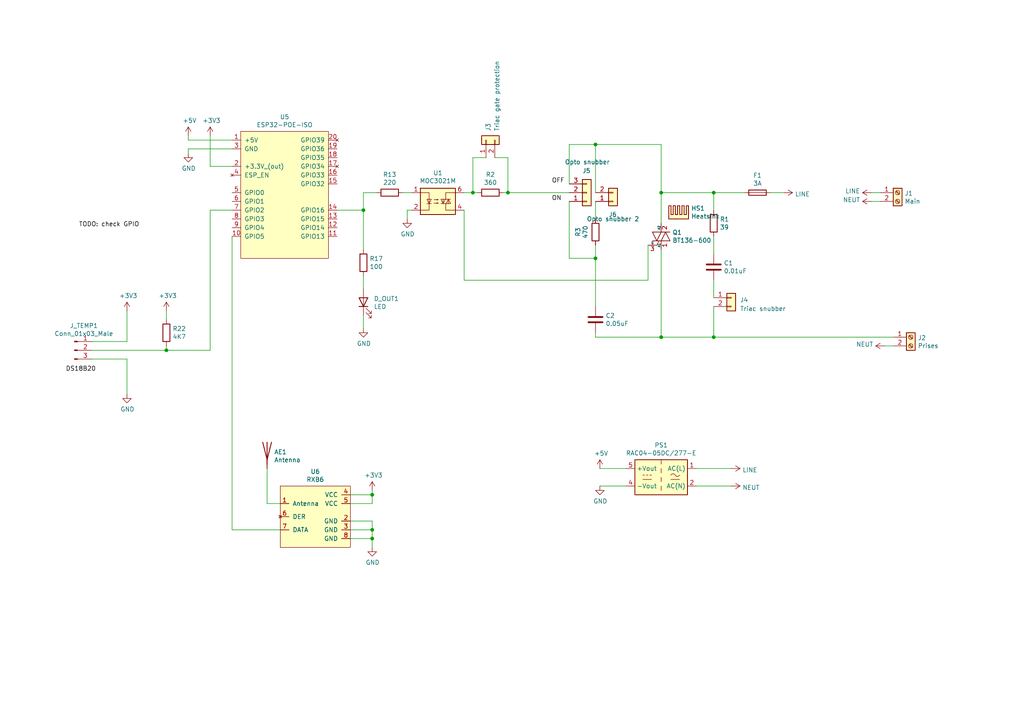
<source format=kicad_sch>
(kicad_sch (version 20230121) (generator eeschema)
  (paper "A4")
  (lib_symbols
    (symbol "Connector:Conn_01x03_Male" (pin_names (offset 1.016) hide)
      (property "Reference" "J" (at 0 5.08 0))
      (property "Value" "Conn_01x03_Male" (at 0 -5.08 0))
      (symbol "Conn_01x03_Male_1_1"
        (polyline (pts (xy 1.27 -2.54) (xy 0.8636 -2.54)) (stroke (width 0.1524)))
        (polyline (pts (xy 1.27 0) (xy 0.8636 0)) (stroke (width 0.1524)))
        (polyline (pts (xy 1.27 2.54) (xy 0.8636 2.54)) (stroke (width 0.1524)))
        (rectangle (start 0.8636 -2.413) (end 0 -2.667) (stroke (width 0.1524)) (fill (type outline)))
        (rectangle (start 0.8636 0.127) (end 0 -0.127) (stroke (width 0.1524)) (fill (type outline)))
        (rectangle (start 0.8636 2.667) (end 0 2.413) (stroke (width 0.1524)) (fill (type outline)))
        (pin passive line (at 5.08 2.54 180) (length 3.81) (name "Pin_1") (number "1"))
        (pin passive line (at 5.08 0 180) (length 3.81) (name "Pin_2") (number "2"))
        (pin passive line (at 5.08 -2.54 180) (length 3.81) (name "Pin_3") (number "3"))
      )
    )
    (symbol "Connector:Screw_Terminal_01x02" (pin_names (offset 1.016) hide)
      (property "Reference" "J" (at 0 2.54 0))
      (property "Value" "Screw_Terminal_01x02" (at 0 -5.08 0))
      (symbol "Screw_Terminal_01x02_1_1"
        (rectangle (start -1.27 1.27) (end 1.27 -3.81) (stroke (width 0.254)) (fill (type background)))
        (circle (center 0 -2.54) (radius 0.635) (stroke (width 0.1524)))
        (polyline (pts (xy -0.5334 -2.2098) (xy 0.3302 -3.048)) (stroke (width 0.1524)))
        (polyline (pts (xy -0.5334 0.3302) (xy 0.3302 -0.508)) (stroke (width 0.1524)))
        (polyline (pts (xy -0.3556 -2.032) (xy 0.508 -2.8702)) (stroke (width 0.1524)))
        (polyline (pts (xy -0.3556 0.508) (xy 0.508 -0.3302)) (stroke (width 0.1524)))
        (circle (center 0 0) (radius 0.635) (stroke (width 0.1524)))
        (pin passive line (at -5.08 0 0) (length 3.81) (name "Pin_1") (number "1"))
        (pin passive line (at -5.08 -2.54 0) (length 3.81) (name "Pin_2") (number "2"))
      )
    )
    (symbol "Connector_Generic:Conn_01x02" (pin_names (offset 1.016) hide)
      (property "Reference" "J" (at 0 2.54 0))
      (property "Value" "Conn_01x02" (at 0 -5.08 0))
      (symbol "Conn_01x02_1_1"
        (rectangle (start -1.27 -2.413) (end 0 -2.667) (stroke (width 0.1524)))
        (rectangle (start -1.27 0.127) (end 0 -0.127) (stroke (width 0.1524)))
        (rectangle (start -1.27 1.27) (end 1.27 -3.81) (stroke (width 0.254)) (fill (type background)))
        (pin passive line (at -5.08 0 0) (length 3.81) (name "Pin_1") (number "1"))
        (pin passive line (at -5.08 -2.54 0) (length 3.81) (name "Pin_2") (number "2"))
      )
    )
    (symbol "Connector_Generic:Conn_01x03" (pin_names (offset 1.016) hide)
      (property "Reference" "J" (at 0 5.08 0))
      (property "Value" "Conn_01x03" (at 0 -5.08 0))
      (symbol "Conn_01x03_1_1"
        (rectangle (start -1.27 -2.413) (end 0 -2.667) (stroke (width 0.1524)))
        (rectangle (start -1.27 0.127) (end 0 -0.127) (stroke (width 0.1524)))
        (rectangle (start -1.27 2.667) (end 0 2.413) (stroke (width 0.1524)))
        (rectangle (start -1.27 3.81) (end 1.27 -3.81) (stroke (width 0.254)) (fill (type background)))
        (pin passive line (at -5.08 2.54 0) (length 3.81) (name "Pin_1") (number "1"))
        (pin passive line (at -5.08 0 0) (length 3.81) (name "Pin_2") (number "2"))
        (pin passive line (at -5.08 -2.54 0) (length 3.81) (name "Pin_3") (number "3"))
      )
    )
    (symbol "Converter_ACDC:RAC04-05SGA"
      (property "Reference" "PS" (at 0 6.35 0))
      (property "Value" "RAC04-05SGA" (at 0 -6.35 0))
      (symbol "RAC04-05SGA_1_1"
        (rectangle (start -7.62 5.08) (end 7.62 -5.08) (stroke (width 0.254)) (fill (type background)))
        (arc (start -5.334 0.635) (mid -4.699 0.2495) (end -4.064 0.635))
        (arc (start -2.794 0.635) (mid -3.429 1.0072) (end -4.064 0.635))
        (polyline (pts (xy -5.334 -0.635) (xy -2.794 -0.635)))
        (polyline (pts (xy 0 -2.54) (xy 0 -3.81)))
        (polyline (pts (xy 0 0) (xy 0 -1.27)))
        (polyline (pts (xy 0 2.54) (xy 0 1.27)))
        (polyline (pts (xy 0 5.08) (xy 0 3.81)))
        (polyline (pts (xy 2.794 -0.635) (xy 5.334 -0.635)))
        (polyline (pts (xy 2.794 0.635) (xy 3.302 0.635)))
        (polyline (pts (xy 3.81 0.635) (xy 4.318 0.635)))
        (polyline (pts (xy 4.826 0.635) (xy 5.334 0.635)))
        (pin power_in line (at -10.16 2.54 0) (length 2.54) (name "AC(L)") (number "1"))
        (pin power_in line (at -10.16 -2.54 0) (length 2.54) (name "AC(N)") (number "2"))
        (pin no_connect line (at 7.62 0 180) (length 2.54) hide (name "NC") (number "3"))
        (pin power_out line (at 10.16 -2.54 180) (length 2.54) (name "-Vout") (number "4"))
        (pin power_out line (at 10.16 2.54 180) (length 2.54) (name "+Vout") (number "5"))
      )
    )
    (symbol "Device:Antenna" (pin_numbers hide) (pin_names (offset 1.016) hide)
      (property "Reference" "AE" (at -1.905 1.905 0))
      (property "Value" "Antenna" (at -1.905 0 0))
      (symbol "Antenna_0_1"
        (polyline (pts (xy 0 2.54) (xy 0 -3.81)) (stroke (width 0.254)))
        (polyline (pts (xy 1.27 2.54) (xy 0 -2.54) (xy -1.27 2.54)) (stroke (width 0.254)))
      )
      (symbol "Antenna_1_1"
        (pin input line (at 0 -5.08 90) (length 2.54) (name "A") (number "1"))
      )
    )
    (symbol "Device:C" (pin_numbers hide) (pin_names (offset 0.254))
      (property "Reference" "C" (at 0.635 2.54 0))
      (property "Value" "C" (at 0.635 -2.54 0))
      (symbol "C_0_1"
        (polyline (pts (xy -2.032 -0.762) (xy 2.032 -0.762)) (stroke (width 0.508)))
        (polyline (pts (xy -2.032 0.762) (xy 2.032 0.762)) (stroke (width 0.508)))
      )
      (symbol "C_1_1"
        (pin passive line (at 0 3.81 270) (length 2.794) (name "~") (number "1"))
        (pin passive line (at 0 -3.81 90) (length 2.794) (name "~") (number "2"))
      )
    )
    (symbol "Device:Fuse" (pin_numbers hide) (pin_names (offset 0))
      (property "Reference" "F" (at 2.032 0 90))
      (property "Value" "Fuse" (at -1.905 0 90))
      (symbol "Fuse_0_1"
        (rectangle (start -0.762 -2.54) (end 0.762 2.54) (stroke (width 0.254)))
        (polyline (pts (xy 0 2.54) (xy 0 -2.54)))
      )
      (symbol "Fuse_1_1"
        (pin passive line (at 0 3.81 270) (length 1.27) (name "~") (number "1"))
        (pin passive line (at 0 -3.81 90) (length 1.27) (name "~") (number "2"))
      )
    )
    (symbol "Device:LED" (pin_numbers hide) (pin_names (offset 1.016) hide)
      (property "Reference" "D" (at 0 2.54 0))
      (property "Value" "LED" (at 0 -2.54 0))
      (symbol "LED_0_1"
        (polyline (pts (xy -1.27 -1.27) (xy -1.27 1.27)) (stroke (width 0.254)))
        (polyline (pts (xy -1.27 0) (xy 1.27 0)))
        (polyline (pts (xy 1.27 -1.27) (xy 1.27 1.27) (xy -1.27 0) (xy 1.27 -1.27)) (stroke (width 0.254)))
        (polyline (pts (xy -3.048 -0.762) (xy -4.572 -2.286) (xy -3.81 -2.286) (xy -4.572 -2.286) (xy -4.572 -1.524)))
        (polyline (pts (xy -1.778 -0.762) (xy -3.302 -2.286) (xy -2.54 -2.286) (xy -3.302 -2.286) (xy -3.302 -1.524)))
      )
      (symbol "LED_1_1"
        (pin passive line (at -3.81 0 0) (length 2.54) (name "K") (number "1"))
        (pin passive line (at 3.81 0 180) (length 2.54) (name "A") (number "2"))
      )
    )
    (symbol "Device:R" (pin_numbers hide) (pin_names (offset 0))
      (property "Reference" "R" (at 2.032 0 90))
      (property "Value" "R" (at 0 0 90))
      (symbol "R_0_1"
        (rectangle (start -1.016 -2.54) (end 1.016 2.54) (stroke (width 0.254)))
      )
      (symbol "R_1_1"
        (pin passive line (at 0 3.81 270) (length 1.27) (name "~") (number "1"))
        (pin passive line (at 0 -3.81 90) (length 1.27) (name "~") (number "2"))
      )
    )
    (symbol "Mechanical:Heatsink" (pin_names (offset 1.016))
      (property "Reference" "HS" (at 0 5.08 0))
      (property "Value" "Heatsink" (at 0 -1.27 0))
      (symbol "Heatsink_0_1"
        (polyline (pts (xy -0.3302 1.27) (xy -0.9652 1.27) (xy -0.9652 3.81) (xy -1.6002 3.81) (xy -1.6002 1.27) (xy -2.2352 1.27) (xy -2.2352 3.81) (xy -2.8702 3.81) (xy -2.8702 0) (xy -0.9652 0)) (stroke (width 0.254)) (fill (type background)))
        (polyline (pts (xy -0.3302 1.27) (xy -0.3302 3.81) (xy 0.3048 3.81) (xy 0.3048 1.27) (xy 0.9398 1.27) (xy 0.9398 3.81) (xy 1.5748 3.81) (xy 1.5748 1.27) (xy 2.2098 1.27) (xy 2.2098 3.81) (xy 2.8448 3.81) (xy 2.8448 0) (xy -0.9652 0)) (stroke (width 0.254)) (fill (type background)))
      )
    )
    (symbol "Relay_SolidState:MOC3021M"
      (property "Reference" "U" (at -5.334 4.826 0))
      (property "Value" "MOC3021M" (at 0 5.08 0))
      (symbol "MOC3021M_0_1"
        (rectangle (start -5.08 3.81) (end 5.08 -3.81) (stroke (width 0.254)) (fill (type background)))
        (polyline (pts (xy -3.175 -0.635) (xy -1.905 -0.635)))
        (polyline (pts (xy 1.524 -0.635) (xy 1.524 0.635)))
        (polyline (pts (xy 3.048 0.635) (xy 3.048 -0.635)))
        (polyline (pts (xy 2.286 -0.635) (xy 2.286 -2.54) (xy 5.08 -2.54)))
        (polyline (pts (xy 2.286 0.635) (xy 2.286 2.54) (xy 5.08 2.54)))
        (polyline (pts (xy -5.08 2.54) (xy -2.54 2.54) (xy -2.54 -2.54) (xy -5.08 -2.54)))
        (polyline (pts (xy -2.54 -0.635) (xy -3.175 0.635) (xy -1.905 0.635) (xy -2.54 -0.635)))
        (polyline (pts (xy 0.889 -0.635) (xy 3.683 -0.635) (xy 3.048 0.635) (xy 2.413 -0.635)))
        (polyline (pts (xy 3.683 0.635) (xy 0.889 0.635) (xy 1.524 -0.635) (xy 2.159 0.635)))
        (polyline (pts (xy -1.143 -0.508) (xy 0.127 -0.508) (xy -0.254 -0.635) (xy -0.254 -0.381) (xy 0.127 -0.508)))
        (polyline (pts (xy -1.143 0.508) (xy 0.127 0.508) (xy -0.254 0.381) (xy -0.254 0.635) (xy 0.127 0.508)))
      )
      (symbol "MOC3021M_1_1"
        (pin passive line (at -7.62 2.54 0) (length 2.54) (name "~") (number "1"))
        (pin passive line (at -7.62 -2.54 0) (length 2.54) (name "~") (number "2"))
        (pin no_connect line (at -5.08 0 0) (length 2.54) hide (name "NC") (number "3"))
        (pin passive line (at 7.62 -2.54 180) (length 2.54) (name "~") (number "4"))
        (pin no_connect line (at 5.08 0 180) (length 2.54) hide (name "NC") (number "5"))
        (pin passive line (at 7.62 2.54 180) (length 2.54) (name "~") (number "6"))
      )
    )
    (symbol "Triac_Thyristor:BT136-600" (pin_names (offset 0))
      (property "Reference" "Q" (at 5.08 1.905 0))
      (property "Value" "BT136-600" (at 5.08 0 0))
      (symbol "BT136-600_0_1"
        (polyline (pts (xy -2.54 -1.27) (xy 2.54 -1.27)) (stroke (width 0.2032)))
        (polyline (pts (xy -2.54 1.27) (xy 2.54 1.27)) (stroke (width 0.2032)))
        (polyline (pts (xy -1.27 -2.54) (xy -0.635 -1.27)))
        (polyline (pts (xy -2.54 1.27) (xy -1.27 -1.27) (xy 0 1.27)) (stroke (width 0.2032)))
        (polyline (pts (xy 0 -1.27) (xy 1.27 1.27) (xy 2.54 -1.27)) (stroke (width 0.2032)))
      )
      (symbol "BT136-600_1_1"
        (pin passive line (at 0 -3.81 90) (length 2.54) (name "A1") (number "1"))
        (pin passive line (at 0 3.81 270) (length 2.54) (name "A2") (number "2"))
        (pin input line (at -3.81 -2.54 0) (length 2.54) (name "G") (number "3"))
      )
    )
    (symbol "mylife-symbols:ESP32-POE-ISO" (pin_names (offset 1.016))
      (property "Reference" "U" (at 0 21.59 0))
      (property "Value" "ESP32-POE-ISO" (at 0 19.05 0))
      (symbol "ESP32-POE-ISO_0_1"
        (rectangle (start -12.7 17.78) (end 12.7 -19.05) (fill (type background)))
      )
      (symbol "ESP32-POE-ISO_1_1"
        (pin power_in line (at -15.24 15.24 0) (length 2.54) (name "+5V") (number "1"))
        (pin bidirectional line (at -15.24 -12.7 0) (length 2.54) (name "GPIO5") (number "10"))
        (pin bidirectional line (at 15.24 -12.7 180) (length 2.54) (name "GPIO13") (number "11"))
        (pin bidirectional line (at 15.24 -10.16 180) (length 2.54) (name "GPIO14") (number "12"))
        (pin bidirectional line (at 15.24 -7.62 180) (length 2.54) (name "GPIO15") (number "13"))
        (pin bidirectional line (at 15.24 -5.08 180) (length 2.54) (name "GPIO16") (number "14"))
        (pin bidirectional line (at 15.24 2.54 180) (length 2.54) (name "GPIO32") (number "15"))
        (pin bidirectional line (at 15.24 5.08 180) (length 2.54) (name "GPIO33") (number "16"))
        (pin no_connect line (at 15.24 7.62 180) (length 2.54) (name "GPIO34") (number "17"))
        (pin bidirectional line (at 15.24 10.16 180) (length 2.54) (name "GPIO35") (number "18"))
        (pin bidirectional line (at 15.24 12.7 180) (length 2.54) (name "GPIO36") (number "19"))
        (pin power_out line (at -15.24 7.62 0) (length 2.54) (name "+3.3V_(out)") (number "2"))
        (pin no_connect line (at 15.24 15.24 180) (length 2.54) (name "GPIO39") (number "20"))
        (pin power_in line (at -15.24 12.7 0) (length 2.54) (name "GND") (number "3"))
        (pin no_connect line (at -15.24 5.08 0) (length 2.54) (name "ESP_EN") (number "4"))
        (pin bidirectional line (at -15.24 0 0) (length 2.54) (name "GPIO0") (number "5"))
        (pin bidirectional line (at -15.24 -2.54 0) (length 2.54) (name "GPIO1") (number "6"))
        (pin bidirectional line (at -15.24 -5.08 0) (length 2.54) (name "GPIO2") (number "7"))
        (pin bidirectional line (at -15.24 -7.62 0) (length 2.54) (name "GPIO3") (number "8"))
        (pin bidirectional line (at -15.24 -10.16 0) (length 2.54) (name "GPIO4") (number "9"))
      )
    )
    (symbol "mylife-symbols:RXB6" (pin_names (offset 1.016))
      (property "Reference" "U" (at 0 12.7 0))
      (property "Value" "RXB6" (at 0 10.16 0))
      (symbol "RXB6_0_1"
        (rectangle (start -10.16 8.89) (end 10.16 -8.89) (fill (type background)))
      )
      (symbol "RXB6_1_1"
        (pin passive line (at -10.16 3.81 0) (length 2.54) (name "Antenna") (number "1"))
        (pin power_in line (at 10.16 -1.27 180) (length 2.54) (name "GND") (number "2"))
        (pin power_in line (at 10.16 -3.81 180) (length 2.54) (name "GND") (number "3"))
        (pin power_in line (at 10.16 6.35 180) (length 2.54) (name "VCC") (number "4"))
        (pin power_in line (at 10.16 3.81 180) (length 2.54) (name "VCC") (number "5"))
        (pin no_connect line (at -10.16 0 0) (length 2.54) (name "DER") (number "6"))
        (pin output line (at -10.16 -3.81 0) (length 2.54) (name "DATA") (number "7"))
        (pin power_in line (at 10.16 -6.35 180) (length 2.54) (name "GND") (number "8"))
      )
    )
    (symbol "power:+3.3V" (power) (pin_names (offset 0))
      (property "Value" "+3.3V" (at 0 3.556 0))
      (symbol "+3.3V_0_1"
        (polyline (pts (xy -0.762 1.27) (xy 0 2.54)))
        (polyline (pts (xy 0 0) (xy 0 2.54)))
        (polyline (pts (xy 0 2.54) (xy 0.762 1.27)))
      )
      (symbol "+3.3V_1_1"
        (pin power_in line (at 0 0 90) (length 0) hide (name "+3V3") (number "1"))
      )
    )
    (symbol "power:+5V" (power) (pin_names (offset 0))
      (property "Value" "+5V" (at 0 3.556 0))
      (symbol "+5V_0_1"
        (polyline (pts (xy -0.762 1.27) (xy 0 2.54)))
        (polyline (pts (xy 0 0) (xy 0 2.54)))
        (polyline (pts (xy 0 2.54) (xy 0.762 1.27)))
      )
      (symbol "+5V_1_1"
        (pin power_in line (at 0 0 90) (length 0) hide (name "+5V") (number "1"))
      )
    )
    (symbol "power:GND" (power) (pin_names (offset 0))
      (property "Value" "GND" (at 0 -3.81 0))
      (symbol "GND_0_1"
        (polyline (pts (xy 0 0) (xy 0 -1.27) (xy 1.27 -1.27) (xy 0 -2.54) (xy -1.27 -1.27) (xy 0 -1.27)))
      )
      (symbol "GND_1_1"
        (pin power_in line (at 0 0 270) (length 0) hide (name "GND") (number "1"))
      )
    )
    (symbol "power:LINE" (power) (pin_names (offset 0))
      (property "Value" "LINE" (at 0 3.81 0))
      (symbol "LINE_0_1"
        (polyline (pts (xy -0.762 1.27) (xy 0 2.54)))
        (polyline (pts (xy 0 0) (xy 0 2.54)))
        (polyline (pts (xy 0 2.54) (xy 0.762 1.27)))
      )
      (symbol "LINE_1_1"
        (pin power_in line (at 0 0 90) (length 0) hide (name "LINE") (number "1"))
      )
    )
    (symbol "power:NEUT" (power) (pin_names (offset 0))
      (property "Value" "NEUT" (at 0 3.81 0))
      (symbol "NEUT_0_1"
        (polyline (pts (xy -0.762 1.27) (xy 0 2.54)))
        (polyline (pts (xy 0 0) (xy 0 2.54)))
        (polyline (pts (xy 0 2.54) (xy 0.762 1.27)))
      )
      (symbol "NEUT_1_1"
        (pin power_in line (at 0 0 90) (length 0) hide (name "NEUT") (number "1"))
      )
    )
  )
  (junction (at 191.77 55.88))
  (junction (at 48.26 101.6))
  (junction (at 107.95 143.51))
  (junction (at 207.01 97.79))
  (junction (at 172.72 74.93))
  (junction (at 107.95 156.21))
  (junction (at 207.01 55.88))
  (junction (at 172.72 41.91))
  (junction (at 107.95 153.67))
  (junction (at 191.77 97.79))
  (junction (at 105.41 60.96))
  (junction (at 137.16 55.88))
  (junction (at 147.32 55.88))
  (wire (pts (xy 207.01 81.28) (xy 207.01 86.36)))
  (wire (pts (xy 60.96 39.37) (xy 60.96 48.26)))
  (wire (pts (xy 134.62 55.88) (xy 137.16 55.88)))
  (wire (pts (xy 172.72 74.93) (xy 172.72 88.9)))
  (wire (pts (xy 191.77 72.39) (xy 191.77 97.79)))
  (wire (pts (xy 54.61 43.18) (xy 54.61 44.45)))
  (wire (pts (xy 187.96 81.28) (xy 187.96 71.12)))
  (wire (pts (xy 36.83 104.14) (xy 26.67 104.14)))
  (wire (pts (xy 60.96 101.6) (xy 60.96 60.96)))
  (wire (pts (xy 259.08 100.33) (xy 256.54 100.33)))
  (wire (pts (xy 255.27 55.88) (xy 252.73 55.88)))
  (wire (pts (xy 191.77 55.88) (xy 191.77 64.77)))
  (wire (pts (xy 223.52 55.88) (xy 227.33 55.88)))
  (wire (pts (xy 101.6 151.13) (xy 107.95 151.13)))
  (wire (pts (xy 105.41 72.39) (xy 105.41 60.96)))
  (wire (pts (xy 134.62 81.28) (xy 134.62 60.96)))
  (wire (pts (xy 187.96 81.28) (xy 134.62 81.28)))
  (wire (pts (xy 107.95 146.05) (xy 107.95 143.51)))
  (wire (pts (xy 107.95 151.13) (xy 107.95 153.67)))
  (wire (pts (xy 48.26 100.33) (xy 48.26 101.6)))
  (wire (pts (xy 191.77 97.79) (xy 207.01 97.79)))
  (wire (pts (xy 172.72 41.91) (xy 191.77 41.91)))
  (wire (pts (xy 165.1 74.93) (xy 172.72 74.93)))
  (wire (pts (xy 67.31 153.67) (xy 81.28 153.67)))
  (wire (pts (xy 140.97 45.72) (xy 137.16 45.72)))
  (wire (pts (xy 173.99 140.97) (xy 181.61 140.97)))
  (wire (pts (xy 207.01 60.96) (xy 207.01 55.88)))
  (wire (pts (xy 107.95 156.21) (xy 107.95 158.75)))
  (wire (pts (xy 54.61 40.64) (xy 54.61 39.37)))
  (wire (pts (xy 191.77 41.91) (xy 191.77 55.88)))
  (wire (pts (xy 77.47 146.05) (xy 81.28 146.05)))
  (wire (pts (xy 36.83 99.06) (xy 26.67 99.06)))
  (wire (pts (xy 60.96 60.96) (xy 67.31 60.96)))
  (wire (pts (xy 143.51 45.72) (xy 147.32 45.72)))
  (wire (pts (xy 207.01 97.79) (xy 259.08 97.79)))
  (wire (pts (xy 255.27 58.42) (xy 252.73 58.42)))
  (wire (pts (xy 60.96 48.26) (xy 67.31 48.26)))
  (wire (pts (xy 101.6 143.51) (xy 107.95 143.51)))
  (wire (pts (xy 107.95 153.67) (xy 107.95 156.21)))
  (wire (pts (xy 97.79 60.96) (xy 105.41 60.96)))
  (wire (pts (xy 107.95 143.51) (xy 107.95 142.24)))
  (wire (pts (xy 48.26 101.6) (xy 60.96 101.6)))
  (wire (pts (xy 191.77 55.88) (xy 207.01 55.88)))
  (wire (pts (xy 101.6 156.21) (xy 107.95 156.21)))
  (wire (pts (xy 105.41 55.88) (xy 105.41 60.96)))
  (wire (pts (xy 67.31 68.58) (xy 67.31 153.67)))
  (wire (pts (xy 207.01 88.9) (xy 207.01 97.79)))
  (wire (pts (xy 212.09 140.97) (xy 201.93 140.97)))
  (wire (pts (xy 101.6 146.05) (xy 107.95 146.05)))
  (wire (pts (xy 36.83 90.17) (xy 36.83 99.06)))
  (wire (pts (xy 54.61 40.64) (xy 67.31 40.64)))
  (wire (pts (xy 201.93 135.89) (xy 212.09 135.89)))
  (wire (pts (xy 137.16 45.72) (xy 137.16 55.88)))
  (wire (pts (xy 172.72 71.12) (xy 172.72 74.93)))
  (wire (pts (xy 36.83 104.14) (xy 36.83 114.3)))
  (wire (pts (xy 173.99 135.89) (xy 181.61 135.89)))
  (wire (pts (xy 26.67 101.6) (xy 48.26 101.6)))
  (wire (pts (xy 165.1 41.91) (xy 172.72 41.91)))
  (wire (pts (xy 54.61 43.18) (xy 67.31 43.18)))
  (wire (pts (xy 105.41 83.82) (xy 105.41 80.01)))
  (wire (pts (xy 77.47 135.89) (xy 77.47 146.05)))
  (wire (pts (xy 107.95 153.67) (xy 101.6 153.67)))
  (wire (pts (xy 116.84 55.88) (xy 119.38 55.88)))
  (wire (pts (xy 146.05 55.88) (xy 147.32 55.88)))
  (wire (pts (xy 119.38 60.96) (xy 118.11 60.96)))
  (wire (pts (xy 172.72 96.52) (xy 172.72 97.79)))
  (wire (pts (xy 147.32 45.72) (xy 147.32 55.88)))
  (wire (pts (xy 105.41 91.44) (xy 105.41 95.25)))
  (wire (pts (xy 207.01 55.88) (xy 215.9 55.88)))
  (wire (pts (xy 165.1 58.42) (xy 165.1 74.93)))
  (wire (pts (xy 172.72 41.91) (xy 172.72 55.88)))
  (wire (pts (xy 165.1 53.34) (xy 165.1 41.91)))
  (wire (pts (xy 172.72 58.42) (xy 172.72 63.5)))
  (wire (pts (xy 105.41 55.88) (xy 109.22 55.88)))
  (wire (pts (xy 48.26 90.17) (xy 48.26 92.71)))
  (wire (pts (xy 172.72 97.79) (xy 191.77 97.79)))
  (wire (pts (xy 137.16 55.88) (xy 138.43 55.88)))
  (wire (pts (xy 147.32 55.88) (xy 165.1 55.88)))
  (wire (pts (xy 118.11 60.96) (xy 118.11 63.5)))
  (wire (pts (xy 207.01 68.58) (xy 207.01 73.66)))
  (label "TODO: check GPIO" (at 22.86 66.04 0))
  (label "OFF" (at 160.02 53.34 0))
  (label "ON" (at 160.02 58.42 0))
  (label "DS18B20" (at 19.05 107.95 0))
  (symbol (lib_id "Relay_SolidState:MOC3021M") (at 127 58.42 0) (unit 1)
    (property "Reference" "U1" (at 127 50.165 0))
    (property "Value" "MOC3021M" (at 127 52.4764 0))
    (property "Footprint" "Package_DIP:DIP-6_W8.89mm_SMDSocket_LongPads" (effects hide))
    (property "Datasheet" "http://www.fairchildsemi.com/ds/MO/MOC3020M.pdf" (effects hide))
  )
  (symbol (lib_id "Triac_Thyristor:BT136-600") (at 191.77 68.58 0) (unit 1)
    (property "Reference" "Q1" (at 195.0212 67.4116 0) (effects (justify left)))
    (property "Value" "BT136-600" (at 195.0212 69.723 0) (effects (justify left)))
    (property "Footprint" "Package_TO_SOT_THT:TO-220-3_Vertical" (effects hide))
    (property "Datasheet" "http://www.micropik.com/PDF/BT136-600.pdf" (effects hide))
  )
  (symbol (lib_id "Device:R") (at 207.01 64.77 0) (unit 1)
    (property "Reference" "R1" (at 208.788 63.6016 0) (effects (justify left)))
    (property "Value" "39" (at 208.788 65.913 0) (effects (justify left)))
    (property "Footprint" "Resistor_THT:R_Axial_DIN0204_L3.6mm_D1.6mm_P7.62mm_Horizontal" (effects hide))
  )
  (symbol (lib_id "Device:R") (at 142.24 55.88 270) (unit 1)
    (property "Reference" "R2" (at 142.24 50.6222 90))
    (property "Value" "360" (at 142.24 52.9336 90))
    (property "Footprint" "Resistor_SMD:R_1206_3216Metric_Pad1.42x1.75mm_HandSolder" (effects hide))
  )
  (symbol (lib_id "Device:R") (at 172.72 67.31 0) (unit 1)
    (property "Reference" "R3" (at 167.64 67.31 90))
    (property "Value" "470" (at 169.7736 67.31 90))
    (property "Footprint" "Resistor_SMD:R_1206_3216Metric_Pad1.42x1.75mm_HandSolder" (effects hide))
  )
  (symbol (lib_id "Device:C") (at 207.01 77.47 0) (unit 1)
    (property "Reference" "C1" (at 209.931 76.3016 0) (effects (justify left)))
    (property "Value" "0.01uF" (at 209.931 78.613 0) (effects (justify left)))
    (property "Footprint" "Capacitor_THT:C_Rect_L9.0mm_W2.5mm_P7.50mm_MKT" (effects hide))
  )
  (symbol (lib_id "Device:C") (at 172.72 92.71 0) (unit 1)
    (property "Reference" "C2" (at 175.641 91.5416 0) (effects (justify left)))
    (property "Value" "0.05uF" (at 175.641 93.853 0) (effects (justify left)))
    (property "Footprint" "Capacitor_SMD:C_2220_5650Metric_Pad1.97x5.40mm_HandSolder" (effects hide))
  )
  (symbol (lib_id "Device:Fuse") (at 219.71 55.88 270) (unit 1)
    (property "Reference" "F1" (at 219.71 50.8762 90))
    (property "Value" "3A" (at 219.71 53.1876 90))
    (property "Footprint" "Fuse:Fuseholder_Cylinder-5x20mm_Schurter_0031_8201_Horizontal_Open" (effects hide))
  )
  (symbol (lib_id "Mechanical:Heatsink") (at 196.85 63.5 0) (unit 1)
    (property "Reference" "HS1" (at 200.4568 60.4266 0) (effects (justify left)))
    (property "Value" "Heatsink" (at 200.4568 62.738 0) (effects (justify left)))
    (property "Footprint" "Heatsink:Heatsink_Fischer_SK104-STC-STIC_35x13mm_2xDrill2.5mm" (effects hide))
  )
  (symbol (lib_id "power:GND") (at 118.11 63.5 0) (unit 1)
    (property "Reference" "#PWR0102" (effects hide))
    (property "Value" "GND" (at 118.237 67.8942 0))
  )
  (symbol (lib_id "Device:R") (at 113.03 55.88 270) (unit 1)
    (property "Reference" "R13" (at 113.03 50.6222 90))
    (property "Value" "220" (at 113.03 52.9336 90))
    (property "Footprint" "Resistor_SMD:R_1206_3216Metric_Pad1.42x1.75mm_HandSolder" (effects hide))
  )
  (symbol (lib_id "Device:R") (at 105.41 76.2 0) (unit 1)
    (property "Reference" "R17" (at 107.188 75.0316 0) (effects (justify left)))
    (property "Value" "100" (at 107.188 77.343 0) (effects (justify left)))
    (property "Footprint" "Resistor_SMD:R_1206_3216Metric_Pad1.42x1.75mm_HandSolder" (effects hide))
  )
  (symbol (lib_id "mylife-symbols:ESP32-POE-ISO") (at 82.55 55.88 0) (unit 1)
    (property "Reference" "U5" (at 82.55 33.909 0))
    (property "Value" "ESP32-POE-ISO" (at 82.55 36.2204 0))
    (property "Datasheet" "https://www.olimex.com/Products/IoT/ESP32/ESP32-POE-ISO/open-source-hardware" (effects hide))
  )
  (symbol (lib_id "power:+5V") (at 54.61 39.37 0) (unit 1)
    (property "Reference" "#PWR0105" (effects hide))
    (property "Value" "+5V" (at 54.991 34.9758 0))
  )
  (symbol (lib_id "power:GND") (at 54.61 44.45 0) (unit 1)
    (property "Reference" "#PWR0106" (effects hide))
    (property "Value" "GND" (at 54.737 48.8442 0))
  )
  (symbol (lib_id "Device:LED") (at 105.41 87.63 90) (unit 1)
    (property "Reference" "D_OUT1" (at 108.4072 86.6394 90) (effects (justify right)))
    (property "Value" "LED" (at 108.4072 88.9508 90) (effects (justify right)))
    (property "Footprint" "LED_SMD:LED_1206_3216Metric_Pad1.42x1.75mm_HandSolder" (effects hide))
  )
  (symbol (lib_id "Converter_ACDC:RAC04-05SGA") (at 191.77 138.43 0) (mirror y) (unit 1)
    (property "Reference" "PS1" (at 191.77 129.1082 0))
    (property "Value" "RAC04-05DC/277-E" (at 191.77 131.4196 0))
    (property "Footprint" "Converter_ACDC:Converter_ACDC_RECOM_RAC04-xxSGx_THT" (effects hide))
    (property "Datasheet" "https://www.recom-power.com/pdf/Powerline-AC-DC/RAC04-GA.pdf" (effects hide))
  )
  (symbol (lib_id "power:+5V") (at 173.99 135.89 0) (unit 1)
    (property "Reference" "#PWR0107" (effects hide))
    (property "Value" "+5V" (at 174.371 131.4958 0))
  )
  (symbol (lib_id "power:GND") (at 173.99 140.97 0) (unit 1)
    (property "Reference" "#PWR0108" (effects hide))
    (property "Value" "GND" (at 174.117 145.3642 0))
  )
  (symbol (lib_id "power:GND") (at 105.41 95.25 0) (unit 1)
    (property "Reference" "#PWR0116" (effects hide))
    (property "Value" "GND" (at 105.537 99.6442 0))
  )
  (symbol (lib_id "Connector:Conn_01x03_Male") (at 21.59 101.6 0) (unit 1)
    (property "Reference" "J_TEMP1" (at 24.3332 94.4626 0))
    (property "Value" "Conn_01x03_Male" (at 24.3332 96.774 0))
    (property "Footprint" "Connector_PinHeader_2.54mm:PinHeader_1x03_P2.54mm_Vertical" (effects hide))
  )
  (symbol (lib_id "power:LINE") (at 227.33 55.88 270) (unit 1)
    (property "Reference" "#PWR0109" (effects hide))
    (property "Value" "LINE" (at 230.5812 56.3118 90) (effects (justify left)))
  )
  (symbol (lib_id "power:LINE") (at 252.73 55.88 90) (unit 1)
    (property "Reference" "#PWR0110" (effects hide))
    (property "Value" "LINE" (at 249.4788 55.4228 90) (effects (justify left)))
  )
  (symbol (lib_id "power:NEUT") (at 252.73 58.42 90) (unit 1)
    (property "Reference" "#PWR0112" (effects hide))
    (property "Value" "NEUT" (at 249.4788 57.9628 90) (effects (justify left)))
  )
  (symbol (lib_id "power:NEUT") (at 212.09 140.97 270) (unit 1)
    (property "Reference" "#PWR0113" (effects hide))
    (property "Value" "NEUT" (at 215.3412 141.4018 90) (effects (justify left)))
  )
  (symbol (lib_id "power:LINE") (at 212.09 135.89 270) (unit 1)
    (property "Reference" "#PWR0111" (effects hide))
    (property "Value" "LINE" (at 215.3412 136.3218 90) (effects (justify left)))
  )
  (symbol (lib_id "power:+3.3V") (at 60.96 39.37 0) (unit 1)
    (property "Reference" "#PWR0122" (effects hide))
    (property "Value" "+3.3V" (at 61.341 34.9758 0))
  )
  (symbol (lib_id "Device:R") (at 48.26 96.52 0) (unit 1)
    (property "Reference" "R22" (at 50.038 95.3516 0) (effects (justify left)))
    (property "Value" "4K7" (at 50.038 97.663 0) (effects (justify left)))
    (property "Footprint" "Resistor_SMD:R_1206_3216Metric_Pad1.42x1.75mm_HandSolder" (effects hide))
  )
  (symbol (lib_id "power:GND") (at 36.83 114.3 0) (unit 1)
    (property "Reference" "#PWR0124" (effects hide))
    (property "Value" "GND" (at 36.957 118.6942 0))
  )
  (symbol (lib_id "power:+3.3V") (at 36.83 90.17 0) (unit 1)
    (property "Reference" "#PWR0125" (effects hide))
    (property "Value" "+3.3V" (at 37.211 85.7758 0))
  )
  (symbol (lib_id "power:+3.3V") (at 48.26 90.17 0) (unit 1)
    (property "Reference" "#PWR0126" (effects hide))
    (property "Value" "+3.3V" (at 48.641 85.7758 0))
  )
  (symbol (lib_id "mylife-symbols:RXB6") (at 91.44 149.86 0) (unit 1)
    (property "Reference" "U6" (at 91.44 136.779 0))
    (property "Value" "RXB6" (at 91.44 139.0904 0))
  )
  (symbol (lib_id "power:GND") (at 107.95 158.75 0) (unit 1)
    (property "Reference" "#PWR0127" (effects hide))
    (property "Value" "GND" (at 108.077 163.1442 0))
  )
  (symbol (lib_id "power:+3.3V") (at 107.95 142.24 0) (unit 1)
    (property "Reference" "#PWR0128" (effects hide))
    (property "Value" "+3.3V" (at 108.331 137.8458 0))
  )
  (symbol (lib_id "Device:Antenna") (at 77.47 130.81 0) (unit 1)
    (property "Reference" "AE1" (at 79.502 131.0894 0) (effects (justify left)))
    (property "Value" "Antenna" (at 79.502 133.4008 0) (effects (justify left)))
    (property "Footprint" "Connector_PinHeader_2.54mm:PinHeader_1x01_P2.54mm_Vertical" (effects hide))
  )
  (symbol (lib_id "Connector_Generic:Conn_01x02") (at 212.09 86.36 0) (unit 1)
    (property "Reference" "J4" (at 214.63 86.995 0) (effects (justify left)))
    (property "Value" "Triac snubber" (at 214.63 89.535 0) (effects (justify left)))
  )
  (symbol (lib_id "Connector:Screw_Terminal_01x02") (at 260.35 55.88 0) (unit 1)
    (property "Reference" "J1" (at 262.382 56.0832 0) (effects (justify left)))
    (property "Value" "Main" (at 262.382 58.3946 0) (effects (justify left)))
    (property "Footprint" "TerminalBlock:TerminalBlock_bornier-6_P5.08mm" (effects hide))
  )
  (symbol (lib_id "Connector_Generic:Conn_01x02") (at 177.8 58.42 0) (mirror x) (unit 1)
    (property "Reference" "J6" (at 176.53 62.23 0) (effects (justify left)))
    (property "Value" "Opto snubber 2" (at 170.18 63.5 0) (effects (justify left)))
  )
  (symbol (lib_id "Connector_Generic:Conn_01x03") (at 170.18 55.88 0) (mirror x) (unit 1)
    (property "Reference" "J5" (at 168.91 49.53 0) (effects (justify left)))
    (property "Value" "Opto snubber" (at 163.83 46.99 0) (effects (justify left)))
  )
  (symbol (lib_id "Connector_Generic:Conn_01x02") (at 140.97 40.64 90) (unit 1)
    (property "Reference" "J3" (at 141.605 38.1 0) (effects (justify left)))
    (property "Value" "Triac gate protection" (at 144.145 38.1 0) (effects (justify left)))
  )
  (symbol (lib_id "power:NEUT") (at 256.54 100.33 90) (unit 1)
    (property "Reference" "#PWR01" (effects hide))
    (property "Value" "NEUT" (at 253.2888 99.8728 90) (effects (justify left)))
  )
  (symbol (lib_id "Connector:Screw_Terminal_01x02") (at 264.16 97.79 0) (unit 1)
    (property "Reference" "J2" (at 266.192 97.9932 0) (effects (justify left)))
    (property "Value" "Prises" (at 266.192 100.3046 0) (effects (justify left)))
    (property "Footprint" "TerminalBlock:TerminalBlock_bornier-6_P5.08mm" (effects hide))
  )
)
</source>
